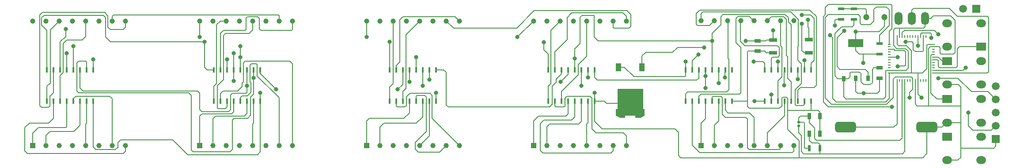
<source format=gtl>
G04*
G04 #@! TF.GenerationSoftware,Altium Limited,Altium Designer,19.1.1 (5)*
G04*
G04 Layer_Physical_Order=1*
G04 Layer_Color=255*
%FSTAX24Y24*%
%MOIN*%
G70*
G01*
G75*
%ADD11R,0.0787X0.0787*%
%ADD12R,0.0394X0.0591*%
%ADD13R,0.0157X0.0394*%
%ADD14R,0.0197X0.0071*%
%ADD15R,0.0071X0.0197*%
G04:AMPARAMS|DCode=16|XSize=78.7mil|YSize=157.5mil|CornerRadius=19.7mil|HoleSize=0mil|Usage=FLASHONLY|Rotation=270.000|XOffset=0mil|YOffset=0mil|HoleType=Round|Shape=RoundedRectangle|*
%AMROUNDEDRECTD16*
21,1,0.0787,0.1181,0,0,270.0*
21,1,0.0394,0.1575,0,0,270.0*
1,1,0.0394,-0.0591,-0.0197*
1,1,0.0394,-0.0591,0.0197*
1,1,0.0394,0.0591,0.0197*
1,1,0.0394,0.0591,-0.0197*
%
%ADD16ROUNDEDRECTD16*%
%ADD17R,0.0591X0.0276*%
%ADD18R,0.0315X0.0472*%
%ADD19R,0.0488X0.0236*%
%ADD20R,0.0276X0.0394*%
%ADD21R,0.1181X0.0591*%
%ADD22R,0.0236X0.0488*%
%ADD23R,0.0472X0.0315*%
%ADD48C,0.0071*%
%ADD49O,0.0748X0.0591*%
%ADD50R,0.0748X0.0591*%
%ADD51C,0.0591*%
%ADD52R,0.0591X0.0591*%
%ADD53C,0.0472*%
%ADD54O,0.0591X0.0984*%
%ADD55O,0.0236X0.0197*%
%ADD56R,0.0394X0.0394*%
%ADD57C,0.0394*%
%ADD58R,0.0591X0.0591*%
%ADD59C,0.0315*%
G36*
X066837Y028147D02*
X067157Y028307D01*
Y028797D01*
X067057D01*
Y030327D01*
X065107D01*
Y028797D01*
X064987D01*
Y028293D01*
X065307Y028147D01*
X065677D01*
Y028307D01*
X066457D01*
Y028147D01*
X066837D01*
D02*
G37*
D11*
X066107Y029244D02*
D03*
D12*
X065177Y031987D02*
D03*
X066967D02*
D03*
D13*
X059887Y029395D02*
D03*
X060387D02*
D03*
X060887D02*
D03*
X061387D02*
D03*
X061887D02*
D03*
X062387D02*
D03*
X062887D02*
D03*
X063387D02*
D03*
X063386Y031791D02*
D03*
X062886D02*
D03*
X062386D02*
D03*
X061886D02*
D03*
X061386D02*
D03*
X060886D02*
D03*
X060386D02*
D03*
X059886D02*
D03*
X047907Y029395D02*
D03*
X048407D02*
D03*
X048907D02*
D03*
X049407D02*
D03*
X049907D02*
D03*
X050407D02*
D03*
X050907D02*
D03*
X051407D02*
D03*
X051406Y031791D02*
D03*
X050906D02*
D03*
X050406D02*
D03*
X049906D02*
D03*
X049406D02*
D03*
X048906D02*
D03*
X048406D02*
D03*
X047906D02*
D03*
X034657Y029395D02*
D03*
X035157D02*
D03*
X035657D02*
D03*
X036157D02*
D03*
X036657D02*
D03*
X037157D02*
D03*
X037657D02*
D03*
X038157D02*
D03*
X038156Y031791D02*
D03*
X037656D02*
D03*
X037156D02*
D03*
X036656D02*
D03*
X036156D02*
D03*
X035656D02*
D03*
X035156D02*
D03*
X034656D02*
D03*
X022057Y029395D02*
D03*
X022557D02*
D03*
X023057D02*
D03*
X023557D02*
D03*
X024057D02*
D03*
X024557D02*
D03*
X025057D02*
D03*
X025557D02*
D03*
X025556Y031791D02*
D03*
X025056D02*
D03*
X024556D02*
D03*
X024056D02*
D03*
X023556D02*
D03*
X023056D02*
D03*
X022556D02*
D03*
X022056D02*
D03*
X070238Y029395D02*
D03*
X070738D02*
D03*
X071238D02*
D03*
X071738D02*
D03*
X072238D02*
D03*
X072738D02*
D03*
X073238D02*
D03*
X073738D02*
D03*
X073737Y031791D02*
D03*
X073237D02*
D03*
X072737D02*
D03*
X072237D02*
D03*
X071737D02*
D03*
X071237D02*
D03*
X070737D02*
D03*
X070237D02*
D03*
X076207Y029395D02*
D03*
X076707D02*
D03*
X077207D02*
D03*
X077707D02*
D03*
X078207D02*
D03*
X078707D02*
D03*
X079207D02*
D03*
X079707D02*
D03*
X079706Y031791D02*
D03*
X079206D02*
D03*
X078706D02*
D03*
X078206D02*
D03*
X077706D02*
D03*
X077206D02*
D03*
X076706D02*
D03*
X076206D02*
D03*
D14*
X085613Y031558D02*
D03*
Y031755D02*
D03*
Y031952D02*
D03*
Y032148D02*
D03*
Y032345D02*
D03*
Y032542D02*
D03*
Y032739D02*
D03*
Y032936D02*
D03*
Y033133D02*
D03*
Y03333D02*
D03*
Y033526D02*
D03*
Y033723D02*
D03*
X08896D02*
D03*
Y033526D02*
D03*
Y03333D02*
D03*
Y033133D02*
D03*
Y032936D02*
D03*
Y032739D02*
D03*
Y032542D02*
D03*
Y032345D02*
D03*
Y032148D02*
D03*
Y031952D02*
D03*
Y031755D02*
D03*
Y031558D02*
D03*
D15*
X086204Y034314D02*
D03*
X086401D02*
D03*
X086598D02*
D03*
X086794D02*
D03*
X086991D02*
D03*
X087188D02*
D03*
X087385D02*
D03*
X087582D02*
D03*
X087779D02*
D03*
X087976D02*
D03*
X088172D02*
D03*
X088369D02*
D03*
Y030967D02*
D03*
X088172D02*
D03*
X087976D02*
D03*
X087779D02*
D03*
X087582D02*
D03*
X087385D02*
D03*
X087188D02*
D03*
X086991D02*
D03*
X086794D02*
D03*
X086598D02*
D03*
X086401D02*
D03*
X086204D02*
D03*
D16*
X088457Y027441D02*
D03*
X082316D02*
D03*
D17*
X076868Y03306D02*
D03*
Y034054D02*
D03*
X079545Y034064D02*
D03*
Y03306D02*
D03*
D18*
X08038Y026941D02*
D03*
X079593D02*
D03*
Y028286D02*
D03*
X08038D02*
D03*
D19*
X082949Y035609D02*
D03*
Y036396D02*
D03*
X081987D02*
D03*
Y035609D02*
D03*
X084887Y033778D02*
D03*
Y032991D02*
D03*
D20*
X082181Y031122D02*
D03*
X083087Y031132D02*
D03*
X084002D02*
D03*
D21*
X083087Y033819D02*
D03*
D22*
X08038Y025845D02*
D03*
X079593D02*
D03*
D23*
X075687Y033984D02*
D03*
Y033197D02*
D03*
X084887Y031147D02*
D03*
Y031934D02*
D03*
D48*
X091594Y027541D02*
Y028541D01*
Y027541D02*
X09192Y027215D01*
X093326D01*
X093652Y027541D01*
X093661Y025994D02*
Y026531D01*
X093652Y026541D02*
X093661Y026531D01*
X093524Y025857D02*
X093661Y025994D01*
X092968Y025857D02*
X093524D01*
X078825Y025121D02*
X088143D01*
X069894D02*
X078825D01*
X069715Y025301D02*
Y027055D01*
Y025301D02*
X069894Y025121D01*
X088143D02*
X088457Y025436D01*
X086794Y025592D02*
Y030967D01*
X08038Y025421D02*
Y025845D01*
Y025421D02*
X086623D01*
X079152D02*
X08038D01*
X078977Y025596D02*
Y026812D01*
X086623Y025421D02*
X086794Y025592D01*
X078977Y025596D02*
X079152Y025421D01*
X076206Y031791D02*
Y032267D01*
X076073Y032401D02*
X076206Y032267D01*
X075387Y032401D02*
X076073D01*
X037666Y031102D02*
Y031162D01*
X037927Y031321D02*
X039587Y029661D01*
X037927Y031321D02*
Y032172D01*
X037857Y032241D02*
X037927Y032172D01*
X037487Y032241D02*
X037857D01*
X037395Y032149D02*
X037487Y032241D01*
X037395Y030874D02*
Y032149D01*
X037656Y031091D02*
Y031791D01*
X079955Y032521D02*
Y035683D01*
X079706Y032272D02*
X079955Y032521D01*
X079706Y031791D02*
Y032272D01*
X07545Y029405D02*
X076197D01*
X076207Y029395D01*
X074898D02*
X074902Y029391D01*
X074917Y029017D02*
Y029405D01*
X077507Y029042D02*
Y029632D01*
X074917Y029017D02*
X075065Y028868D01*
X077333D01*
X077507Y029042D01*
X063387Y029395D02*
X064131D01*
X064282Y029244D01*
X066107D01*
X072902Y035211D02*
Y035821D01*
X073064Y035983D02*
X077761D01*
X072237Y033981D02*
Y034546D01*
X072902Y035211D01*
Y035821D02*
X073064Y035983D01*
X071387Y035491D02*
Y035495D01*
X071417Y036026D02*
X071556Y036165D01*
X071417Y035495D02*
Y036026D01*
X087039Y031923D02*
Y033198D01*
X086871Y031755D02*
X087039Y031923D01*
X085613Y031755D02*
X086871D01*
X083646Y032971D02*
X084887D01*
X085346Y029333D02*
X085613Y029601D01*
X081626Y029333D02*
X085346D01*
X081358Y029601D02*
X081626Y029333D01*
X085426Y029159D02*
X085927Y02966D01*
X08126Y029159D02*
X085426D01*
X080787Y029632D02*
X08126Y029159D01*
X081358Y029601D02*
Y034206D01*
X08235Y029566D02*
X085171D01*
X085344Y02974D02*
Y031719D01*
X085171Y029566D02*
X085344Y02974D01*
X085613Y029601D02*
Y031558D01*
X085927Y02966D02*
Y031096D01*
X082181Y029735D02*
X08235Y029566D01*
X082181Y029735D02*
Y031122D01*
X084887Y030182D02*
Y031147D01*
X084727Y030022D02*
X084887Y030182D01*
X083673Y030022D02*
X084727D01*
X083218D02*
X083673D01*
X083087Y030154D02*
X083218Y030022D01*
X083087Y030154D02*
Y031132D01*
X087779Y029945D02*
X088039Y029685D01*
X087779Y029945D02*
Y030967D01*
X088597Y029045D02*
X091014D01*
X087734D02*
X088597D01*
X089533Y032971D02*
X090461D01*
X089465Y033039D02*
X089533Y032971D01*
X089465Y033039D02*
Y033446D01*
X089385Y033526D02*
X089465Y033446D01*
X08896Y033526D02*
X089385D01*
X088722D02*
X08896D01*
X090461Y032971D02*
X090574Y033083D01*
Y035548D01*
X090237Y035884D02*
X090574Y035548D01*
X08538Y031755D02*
X085613D01*
X085344Y031719D02*
X08538Y031755D01*
X084462Y031934D02*
X084887D01*
X084347Y031818D02*
X084462Y031934D01*
X084347Y030818D02*
Y031818D01*
X083367Y032971D02*
X083646D01*
Y032299D02*
Y032971D01*
Y032299D02*
X083652Y032293D01*
X08465Y036553D02*
X085399D01*
X084459Y036362D02*
X08465Y036553D01*
X084459Y035473D02*
Y036362D01*
X084854Y034685D02*
X085237Y035067D01*
Y035791D01*
X083091Y034685D02*
X084854D01*
X083427Y035313D02*
Y035825D01*
Y035313D02*
X083528Y035211D01*
X084198D01*
X084459Y035473D01*
X085399Y036553D02*
X085613Y036339D01*
Y035129D02*
Y036339D01*
X084887Y034402D02*
X085613Y035129D01*
X084887Y033778D02*
Y034402D01*
X081028Y036755D02*
X085762D01*
X085831Y036686D01*
Y034916D02*
Y036686D01*
X085613Y034699D02*
X085831Y034916D01*
X085613Y033723D02*
Y034699D01*
X08896Y035884D02*
X090237D01*
X088763Y035687D02*
X08896Y035884D01*
X088334Y035687D02*
X088763D01*
X083087Y033819D02*
Y034681D01*
X083091Y034685D01*
X081152Y034412D02*
X081358Y034206D01*
X084887Y032971D02*
Y032991D01*
X08493Y032971D02*
X08495Y032991D01*
X083087Y033251D02*
X083367Y032971D01*
X083087Y033251D02*
Y033819D01*
X079545Y034064D02*
Y034932D01*
X079477Y035D02*
X079545Y034932D01*
X079477Y035D02*
Y035581D01*
X075044Y035833D02*
X075387Y035491D01*
X074209Y035833D02*
X075044D01*
X074067Y035691D02*
X074209Y035833D01*
X077507Y031232D02*
Y033508D01*
X077417Y033598D02*
X077507Y033508D01*
X077417Y033598D02*
Y035495D01*
X074785Y033984D02*
X075687D01*
X063664Y033981D02*
X072237D01*
X063357Y034288D02*
X063664Y033981D01*
X069639Y033486D02*
X071659D01*
X069263Y03311D02*
X069639Y033486D01*
X067244Y03311D02*
X069263D01*
X066967Y032833D02*
X067244Y03311D01*
X066967Y031987D02*
Y032833D01*
X070237Y03132D02*
Y031791D01*
X070187Y03127D02*
X070237Y03132D01*
X066347Y03127D02*
X070187D01*
X06563Y031987D02*
X066347Y03127D01*
X065177Y031987D02*
X06563D01*
X065956Y029395D02*
X066107Y029244D01*
X069464Y027306D02*
X069715Y027055D01*
X063945Y027306D02*
X069464D01*
X063387Y027864D02*
X063945Y027306D01*
X063387Y027864D02*
Y029395D01*
X065787Y026042D02*
Y026775D01*
X063187Y027306D02*
Y029651D01*
X065553Y027008D02*
X065787Y026775D01*
X063484Y027008D02*
X065553D01*
X063187Y027306D02*
X063484Y027008D01*
X09312Y031651D02*
Y035727D01*
X093022Y035825D02*
X09312Y035727D01*
X090757Y035825D02*
X093022D01*
X086931Y033601D02*
X087287Y033245D01*
X086334Y033601D02*
X086931D01*
X087287Y031572D02*
Y033245D01*
X087301Y031558D02*
X087779D01*
X085613D02*
X087301D01*
X087287Y031572D02*
X087301Y031558D01*
X087779D02*
X08812D01*
X090798Y031147D02*
X091807Y030138D01*
X089308Y031147D02*
X090798D01*
X087435Y033309D02*
Y033811D01*
X08735Y033896D02*
X087435Y033811D01*
X086847Y033896D02*
X08735D01*
X087779Y033625D02*
Y034314D01*
X087777Y033623D02*
X087779Y033625D01*
X086171Y033391D02*
X086846D01*
X085937Y033625D02*
X086171Y033391D01*
X085937Y033625D02*
Y034811D01*
X086401Y034932D02*
X088213D01*
X086058D02*
X086401D01*
X085937Y034811D02*
X086058Y034932D01*
X086781Y034782D02*
X089007D01*
X089308Y034481D01*
X087976D02*
X088057Y034562D01*
X087976Y034314D02*
Y034481D01*
X088057Y034562D02*
X088722D01*
X088788Y034215D02*
Y034497D01*
X088722Y034562D02*
X088788Y034497D01*
X086598Y034599D02*
X086781Y034782D01*
X086598Y034314D02*
Y034599D01*
X088131Y033161D02*
X088172Y033203D01*
X087582Y033161D02*
X088131D01*
X087435Y033309D02*
X087582Y033161D01*
X088437Y033629D02*
X088532Y033723D01*
X08812Y031558D02*
X088437Y031875D01*
Y033629D01*
X088172Y033203D02*
Y034314D01*
X088532Y033723D02*
X08896D01*
X088213Y034932D02*
X088334Y035053D01*
Y035687D01*
X086204Y03373D02*
X086334Y033601D01*
X081004Y028967D02*
X085807D01*
X080638Y029333D02*
X081004Y028967D01*
X080638Y029333D02*
Y035812D01*
X080787Y035962D01*
Y036514D01*
X081028Y036755D01*
X086065Y033241D02*
X086737D01*
X085977Y03333D02*
X086065Y033241D01*
X085613Y03333D02*
X085977D01*
X086846Y032158D02*
Y033133D01*
X086737Y033241D02*
X086846Y033133D01*
X086204Y03373D02*
Y034314D01*
X086846Y033391D02*
X087039Y033198D01*
X085613Y032739D02*
X086252D01*
X088597Y029045D02*
Y033401D01*
X087582Y029198D02*
Y030967D01*
X088747Y030022D02*
Y032851D01*
X088832Y032936D01*
X08896D01*
X088747Y030022D02*
X089207Y029562D01*
X088597Y033401D02*
X088722Y033526D01*
X081901Y031805D02*
X083816D01*
X081678Y032028D02*
X081901Y031805D01*
X084002Y031132D02*
Y031619D01*
X083816Y031805D02*
X084002Y031619D01*
X081678Y032028D02*
Y034198D01*
X082231Y034751D01*
X082661Y031254D02*
Y031555D01*
X082727Y031621D02*
X083367D01*
X082661Y031555D02*
X082727Y031621D01*
X08253Y031122D02*
X082661Y031254D01*
X082181Y031122D02*
X08253D01*
X081735D02*
X082181D01*
X081528Y031329D02*
X081735Y031122D01*
X081528Y031329D02*
Y034544D01*
X082024Y035039D01*
X087146Y030066D02*
X087385Y030306D01*
Y030967D01*
X087146Y029685D02*
Y030066D01*
X091014Y025857D02*
Y02781D01*
Y025157D02*
Y025857D01*
X092968D01*
X089207Y029562D02*
X089997D01*
X091807Y030138D02*
X093054D01*
X093652Y029541D01*
X087334Y035687D02*
Y03631D01*
X087467Y036443D01*
X090139D02*
X090757Y035825D01*
X087467Y036443D02*
X090139D01*
X052337Y028961D02*
X059983D01*
X052187Y029111D02*
Y031594D01*
Y029111D02*
X052337Y028961D01*
X05199Y031791D02*
X052187Y031594D01*
X051406Y031791D02*
X05199D01*
X040587Y026042D02*
Y032241D01*
X040397Y032431D02*
X040587Y032241D01*
X037007Y032431D02*
X040397D01*
X036897Y032321D02*
X037007Y032431D01*
X036897Y030879D02*
Y032321D01*
X021517Y029084D02*
Y03594D01*
X026428Y036129D02*
X026667Y035891D01*
X021517Y03594D02*
X021706Y036129D01*
X026428D01*
X027108Y035951D02*
X039502D01*
X026987Y03583D02*
X027108Y035951D01*
X026987Y035491D02*
Y03583D01*
X027987Y03501D02*
Y035491D01*
X027817Y034841D02*
X027987Y03501D01*
X026836Y034841D02*
X027817D01*
X026667Y03501D02*
Y035891D01*
Y03501D02*
X026836Y034841D01*
X037191Y035802D02*
X037956D01*
X038078Y03568D01*
Y034885D02*
Y03568D01*
X038202Y034761D02*
X040507D01*
X038078Y034885D02*
X038202Y034761D01*
X040587Y034841D02*
Y035491D01*
X040507Y034761D02*
X040587Y034841D01*
X039587Y035491D02*
Y035866D01*
X039502Y035951D02*
X039587Y035866D01*
X037437Y030075D02*
Y030832D01*
X037395Y030874D02*
X037437Y030832D01*
X036156Y030954D02*
Y031791D01*
X035365Y030179D02*
X036462D01*
X035157Y029395D02*
Y029971D01*
X035365Y030179D01*
X036462D02*
X036783Y030501D01*
Y030766D01*
X036897Y030879D01*
X037156Y030081D02*
Y030591D01*
X037094Y030019D02*
X037156Y030081D01*
X036067Y030019D02*
X037094D01*
X035927Y029879D02*
X036067Y030019D01*
X035927Y028781D02*
Y029879D01*
X036657Y029671D02*
X036794Y029808D01*
X037169D01*
X037437Y030075D01*
X037427Y028326D02*
Y029716D01*
X037656Y029945D01*
X02479Y030179D02*
X033426D01*
X033587Y030019D01*
Y028781D02*
Y030019D01*
Y028781D02*
X033756Y028612D01*
X035757D01*
X035927Y028781D01*
X036157Y028613D02*
Y029395D01*
X035979Y028435D02*
X036157Y028613D01*
X03376Y028435D02*
X035979D01*
X073232Y031785D02*
X073238Y03179D01*
X036193Y028102D02*
X037202D01*
X036067Y027975D02*
X036193Y028102D01*
X036067Y025731D02*
Y027975D01*
X037202Y028102D02*
X037427Y028326D01*
X037157Y028475D02*
Y029395D01*
X034783Y028262D02*
X036943D01*
X037157Y028475D01*
X034587Y028065D02*
X034783Y028262D01*
X034587Y026042D02*
Y028065D01*
X033587Y026042D02*
Y028262D01*
X03376Y028435D01*
X02445Y03003D02*
X032765D01*
X032953Y025697D02*
Y029842D01*
X032765Y03003D02*
X032953Y029842D01*
X035897Y025561D02*
X036067Y025731D01*
X033089Y025561D02*
X035897D01*
X038157Y025561D02*
Y029395D01*
X037936Y025341D02*
X038157Y025561D01*
X032681Y025341D02*
X037936D01*
X023284Y033788D02*
X023551Y034055D01*
X024724D01*
X024987Y034317D01*
X023057Y029395D02*
Y031354D01*
X023284Y031582D02*
Y033788D01*
X023057Y031354D02*
X023284Y031582D01*
X024987Y034317D02*
Y035491D01*
X023478Y034322D02*
Y034881D01*
X023056Y0339D02*
X023478Y034322D01*
X023056Y031791D02*
Y0339D01*
X072748Y030778D02*
Y031779D01*
X072737Y031791D02*
X072748Y031779D01*
X071737Y030413D02*
Y031321D01*
X073232Y031201D02*
Y031785D01*
X073437Y032637D02*
Y035491D01*
Y032637D02*
X073509Y032565D01*
Y030273D02*
Y032565D01*
X07722Y031805D02*
Y032401D01*
X077221Y032754D02*
X077311Y032844D01*
X076826Y032754D02*
X077221D01*
X077311Y032844D02*
Y03349D01*
X077201Y033601D02*
X077311Y03349D01*
X074727Y033601D02*
X077201D01*
X076706Y032633D02*
X076826Y032754D01*
X076706Y031791D02*
Y032633D01*
X073237Y031791D02*
X073238Y03179D01*
X073344Y030108D02*
X073509Y030273D01*
X07039Y030108D02*
X073344D01*
X04941Y030885D02*
X049414Y030881D01*
X04941Y030885D02*
Y031786D01*
X049406Y031791D02*
X04941Y031786D01*
X023556Y03304D02*
X023556Y03304D01*
X023556Y031791D02*
Y03304D01*
X023556Y031791D02*
X023556Y031791D01*
X063386Y031208D02*
X06359Y031004D01*
X063386Y031208D02*
Y031791D01*
X06359Y031004D02*
X071098D01*
X070238Y029955D02*
X07039Y030108D01*
X070238Y029395D02*
Y029955D01*
X071406Y02994D02*
X074326D01*
X071238Y029771D02*
X071406Y02994D01*
X074067Y033836D02*
Y035691D01*
Y033836D02*
X074417Y033486D01*
Y030031D02*
Y033486D01*
X074326Y02994D02*
X074417Y030031D01*
X071238Y029395D02*
Y029771D01*
X073002Y028417D02*
Y029691D01*
X072902Y029791D02*
X073002Y029691D01*
X072315Y029791D02*
X072902D01*
X072238Y029713D02*
X072315Y029791D01*
X072238Y029395D02*
Y029713D01*
X072738Y027894D02*
Y029395D01*
X072387Y026042D02*
X072417Y026072D01*
Y027573D01*
Y026046D02*
Y026072D01*
Y027573D02*
X072738Y027894D01*
X071738Y028065D02*
Y029395D01*
X071387Y026042D02*
X071417Y026072D01*
Y027744D01*
Y026046D02*
Y026072D01*
Y027744D02*
X071738Y028065D01*
X086598Y026611D02*
Y030967D01*
X086421Y026434D02*
X086598Y026611D01*
X080108Y026434D02*
X086421D01*
X079979Y026563D02*
X080108Y026434D01*
X079593D02*
X079784Y026243D01*
X08038Y025845D02*
Y026125D01*
X080262Y026243D02*
X08038Y026125D01*
X079784Y026243D02*
X080262D01*
X079248Y025845D02*
X079593D01*
X079207Y025886D02*
Y027771D01*
Y025886D02*
X079248Y025845D01*
X079161Y027816D02*
X079207Y027771D01*
X078784Y027816D02*
X079161D01*
X091014Y029045D02*
Y030463D01*
Y02781D02*
Y029045D01*
X089997Y027791D02*
X090985D01*
X091004Y02781D02*
X091014D01*
X090985Y027791D02*
X091004Y02781D01*
X087582Y029198D02*
X087734Y029045D01*
X090743Y032034D02*
Y033365D01*
X09064Y031931D02*
X090743Y032034D01*
X08942Y031931D02*
X09064D01*
X089308Y032043D02*
X08942Y031931D01*
X089308Y032043D02*
Y032491D01*
X08896Y031755D02*
X091179D01*
X091355Y031931D01*
X091377D01*
X090905Y033526D02*
X092556D01*
X090743Y033365D02*
X090905Y033526D01*
X062886Y031201D02*
Y031791D01*
X071315Y025492D02*
X078297D01*
X078417Y025612D01*
Y026046D01*
X079593Y026434D02*
Y026941D01*
X086204Y02768D02*
Y030901D01*
X085964Y027441D02*
X086204Y02768D01*
X082316Y027441D02*
X085964D01*
X037656Y031091D02*
X037666Y031102D01*
X039587Y026042D02*
Y029661D01*
X037587Y034807D02*
Y035491D01*
X035384Y031056D02*
Y034384D01*
X037306Y034527D02*
X037587Y034807D01*
X035527Y034527D02*
X037306D01*
X035384Y034384D02*
X035527Y034527D01*
X034907Y028908D02*
Y030579D01*
X035384Y031056D01*
X035656Y031791D02*
Y032581D01*
X025556Y031791D02*
Y032581D01*
X063387Y029395D02*
Y030031D01*
X063047Y029791D02*
X063187Y029651D01*
X061277Y029791D02*
X063047D01*
X061137Y029651D02*
X061277Y029791D01*
X061137Y029048D02*
Y029651D01*
X051407Y029395D02*
Y030031D01*
X049143Y034447D02*
X050187Y035491D01*
X049143Y030367D02*
Y034447D01*
X048907Y030131D02*
X049143Y030367D01*
X048906Y03069D02*
Y031791D01*
X048527Y030311D02*
X048906Y03069D01*
X077694Y030611D02*
X0777Y030616D01*
Y031785D01*
X077706Y031791D01*
X037656Y029945D02*
Y031091D01*
X077206Y031791D02*
X07722Y031805D01*
X078514Y030273D02*
X078979Y030739D01*
X078514Y029151D02*
Y030273D01*
X078979Y030739D02*
Y032233D01*
X078707Y031064D02*
X078708Y031063D01*
X078707Y031064D02*
Y03179D01*
X078706Y031791D02*
X078707Y03179D01*
X076387Y035491D02*
X076713Y035817D01*
X078207Y029395D02*
Y030884D01*
X077937Y031154D02*
X078207Y030884D01*
X077937Y031154D02*
Y03278D01*
X078707Y032506D02*
X078979Y032233D01*
X071556Y036165D02*
X078192D01*
X077207Y030932D02*
X077507Y031232D01*
X077847Y03287D02*
Y03561D01*
X07764Y035817D02*
X077847Y03561D01*
X076713Y035817D02*
X07764D01*
X077761Y035983D02*
X078013Y035731D01*
X078192Y036165D02*
X078745Y035612D01*
X079618Y036314D02*
X080108Y035825D01*
X071331Y036314D02*
X079618D01*
X071067Y036051D02*
X071331Y036314D01*
X078745Y033569D02*
Y035612D01*
X078707Y032506D02*
Y033531D01*
X078745Y033569D01*
X077847Y03287D02*
X077937Y03278D01*
X066107Y03507D02*
Y03598D01*
X065977Y034941D02*
X066107Y03507D01*
X064857Y034941D02*
X065977D01*
X064787Y035011D02*
X064857Y034941D01*
X064787Y035011D02*
Y035491D01*
X077311Y025735D02*
X077387Y025811D01*
X075048Y025735D02*
X077311D01*
X074917Y025866D02*
X075048Y025735D01*
X070738Y02607D02*
X071315Y025492D01*
X074917Y025866D02*
Y02805D01*
X074785Y028181D02*
X074917Y02805D01*
X073238Y028181D02*
X074785D01*
X073002Y028417D02*
X073238Y028181D01*
X075076Y028522D02*
X075417Y028181D01*
Y026046D02*
Y028181D01*
X073441Y028522D02*
X075076D01*
X073238Y028725D02*
X073441Y028522D01*
X073238Y028725D02*
Y029395D01*
X077707Y028305D02*
Y029395D01*
X076387Y026042D02*
X076417Y026072D01*
Y026046D02*
Y026072D01*
Y027015D02*
X077707Y028305D01*
X076417Y026072D02*
Y027015D01*
X077387Y025811D02*
Y026042D01*
X064787Y025643D02*
Y026042D01*
X064604Y025461D02*
X064787Y025643D01*
X0595Y025461D02*
X064604D01*
X021517Y029084D02*
X021667Y028934D01*
X052187Y035491D02*
X052737Y034941D01*
X057507D01*
X093027Y031558D02*
X09312Y031651D01*
X08896Y031558D02*
X093027D01*
X087779Y030967D02*
Y031558D01*
X071237Y031142D02*
Y031791D01*
X071098Y031004D02*
X071237Y031142D01*
X07569Y033981D02*
X076284D01*
X075687Y033984D02*
X07569Y033981D01*
X076284D02*
X076358Y034054D01*
X076868D01*
Y034764D01*
X082024Y035039D02*
X082805D01*
X082949Y035183D01*
Y035609D01*
X081528Y035129D02*
Y035554D01*
X081583Y035609D02*
X081987D01*
X081528Y035554D02*
X081583Y035609D01*
X080787Y029632D02*
Y03575D01*
X08102Y035983D01*
X083269D01*
X083427Y035825D01*
X080108Y030601D02*
Y035825D01*
X083898Y035791D02*
Y036314D01*
X083816Y036396D02*
X083898Y036314D01*
X082949Y036396D02*
X083816D01*
X089997Y024941D02*
X090797D01*
X091014Y025157D01*
X090807Y030669D02*
X091014Y030463D01*
X089997Y030669D02*
X090807D01*
X079207Y029159D02*
Y029395D01*
X079131Y029084D02*
X079207Y029159D01*
X078581Y029084D02*
X079131D01*
X078514Y029151D02*
X078581Y029084D01*
X077847Y029711D02*
X077957Y029601D01*
Y028713D02*
Y029601D01*
X08038Y028286D02*
Y028576D01*
X080243Y028713D02*
X08038Y028576D01*
X079707Y028713D02*
X080243D01*
X077957D02*
X079707D01*
Y029395D01*
X077957Y027281D02*
Y028713D01*
X079206Y031791D02*
Y032498D01*
X073738Y029395D02*
X074898D01*
X074917Y029405D02*
Y033147D01*
X074902Y029391D02*
X074917Y029405D01*
X077585Y029711D02*
X077847D01*
X077507Y029632D02*
X077585Y029711D01*
X078903Y030451D02*
X079958D01*
X080108Y030601D01*
X078707Y030255D02*
X078903Y030451D01*
X078707Y029395D02*
Y030255D01*
X06105Y028961D02*
X061137Y029048D01*
X060474Y028961D02*
X06105D01*
X061387Y028454D02*
Y029395D01*
X061221Y028288D02*
X061387Y028454D01*
X059164Y028288D02*
X061221D01*
X061887Y028206D02*
Y029395D01*
X061657Y027976D02*
X061887Y028206D01*
X059565Y027976D02*
X061657D01*
X062387Y027861D02*
Y029395D01*
X062187Y027661D02*
X062387Y027861D01*
X059983Y027661D02*
X062187D01*
X059282Y027692D02*
X059565Y027976D01*
X059282Y025679D02*
Y027692D01*
X058787Y027911D02*
X059164Y028288D01*
X058787Y026042D02*
Y027911D01*
X059787Y027464D02*
X059983Y027661D01*
X059787Y026042D02*
Y027464D01*
X059282Y025679D02*
X0595Y025461D01*
X034857Y035211D02*
X035136Y035491D01*
X035587D01*
X037087Y035697D02*
X037191Y035802D01*
X037087Y034841D02*
Y035697D01*
X03539Y034761D02*
X037007D01*
X035156Y031791D02*
Y034527D01*
X037007Y034761D02*
X037087Y034841D01*
X035156Y034527D02*
X03539Y034761D01*
X033967Y031987D02*
X034163Y031791D01*
X034656D01*
X033967Y031987D02*
Y033921D01*
X027987Y025615D02*
Y026042D01*
X027823Y025451D02*
X027987Y025615D01*
X020601Y025451D02*
X027823D01*
X020394Y025657D02*
Y027408D01*
Y025657D02*
X020601Y025451D01*
X026987Y026042D02*
Y029592D01*
X026795Y029783D02*
X026987Y029592D01*
X024244Y029783D02*
X026795D01*
X024057Y029596D02*
X024244Y029783D01*
X027227Y025731D02*
X027413Y025917D01*
X031536Y026486D02*
X032681Y025341D01*
X027628Y026486D02*
X031536D01*
X027413Y026271D02*
X027628Y026486D01*
X027413Y025917D02*
Y026271D01*
X032953Y025697D02*
X033089Y025561D01*
X024556Y030413D02*
Y031791D01*
Y030413D02*
X02479Y030179D01*
X024321Y030159D02*
Y032311D01*
Y030159D02*
X02445Y03003D01*
X034907Y028908D02*
X034963Y028852D01*
X035657Y028982D02*
Y029395D01*
X034963Y028852D02*
X035527D01*
X035657Y028982D01*
X024321Y032311D02*
X02445Y032441D01*
X024978D01*
X025056Y032363D01*
Y031791D02*
Y032363D01*
X022287Y027116D02*
X024085D01*
X021987Y026816D02*
X022287Y027116D01*
X021987Y026042D02*
Y026816D01*
X023557Y027486D02*
Y029395D01*
X021433Y027408D02*
X023478D01*
X023557Y027486D01*
X020987Y026961D02*
X021433Y027408D01*
X020987Y026042D02*
Y026961D01*
X024085Y027116D02*
X024557Y027588D01*
Y029395D01*
X020737Y027751D02*
X022183D01*
X020394Y027408D02*
X020737Y027751D01*
X022183D02*
X022557Y028124D01*
Y029395D01*
X022287Y029037D02*
Y029761D01*
X022183Y028934D02*
X022287Y029037D01*
X021667Y028934D02*
X022183D01*
X079686Y035951D02*
X079955Y035683D01*
X079019Y035951D02*
X079686D01*
X058826Y03626D02*
X065826D01*
X057507Y034941D02*
X058826Y03626D01*
X065826D02*
X066107Y03598D01*
X065787Y035491D02*
Y035841D01*
X060386Y03314D02*
X061308Y034062D01*
X065517Y036111D02*
X065787Y035841D01*
X061667Y036111D02*
X065517D01*
X061308Y035752D02*
X061667Y036111D01*
X061308Y034062D02*
Y035752D01*
X086276Y032071D02*
X086759D01*
X086252Y032047D02*
X086276Y032071D01*
X086759D02*
X086846Y032158D01*
X083367Y031621D02*
X083483Y031504D01*
X084198Y030669D02*
X084347Y030818D01*
X083677Y030669D02*
X084198D01*
X083483Y030863D02*
X083677Y030669D01*
X083483Y030863D02*
Y031504D01*
X086072Y031241D02*
X087287D01*
X085927Y031096D02*
X086072Y031241D01*
X079593Y027771D02*
X079979Y027384D01*
Y026563D02*
Y027384D01*
X078784Y027816D02*
Y02815D01*
X07892Y028286D01*
X079593D01*
X078784Y027004D02*
X078977Y026812D01*
X078784Y027004D02*
Y027541D01*
X077957Y027281D02*
X078825Y026412D01*
X088457Y025436D02*
Y027441D01*
X046187Y034261D02*
Y035491D01*
X050565Y029856D02*
X050679Y029742D01*
Y027103D02*
Y029742D01*
X049867Y026291D02*
X050679Y027103D01*
X049973Y029856D02*
X050565D01*
X049929Y029812D02*
X049973Y029856D01*
X049929Y029417D02*
Y029812D01*
X049907Y029395D02*
X049929Y029417D01*
X051127Y028102D02*
Y029856D01*
X049187Y029738D02*
X049459Y03001D01*
X050972D02*
X051127Y029856D01*
X049459Y03001D02*
X050972D01*
X048407Y029041D02*
Y029395D01*
X049187Y029081D02*
Y029738D01*
X049067Y028961D02*
X049187Y029081D01*
X048487Y028961D02*
X049067D01*
X048407Y029041D02*
X048487Y028961D01*
X046383Y028102D02*
X04899D01*
X046187Y027905D02*
X046383Y028102D01*
X046187Y026042D02*
Y027905D01*
X050407Y028211D02*
Y029395D01*
X049931Y027736D02*
X050407Y028211D01*
X04749Y027736D02*
X049931D01*
X047187Y027433D02*
X04749Y027736D01*
X047187Y026042D02*
Y027433D01*
X04899Y028102D02*
X049407Y028519D01*
X060387Y029048D02*
X060474Y028961D01*
X060387Y029048D02*
Y029395D01*
X060187Y030551D02*
X060474Y030838D01*
X060187Y029164D02*
Y030551D01*
X059983Y028961D02*
X060187Y029164D01*
X072237Y031791D02*
Y033981D01*
X061886Y032639D02*
Y033369D01*
X062287Y033769D02*
Y035769D01*
X061886Y033369D02*
X062287Y033769D01*
X062157Y031411D02*
Y032186D01*
X062787Y032815D01*
Y035491D01*
X062438Y035921D02*
X063307D01*
X062287Y035769D02*
X062438Y035921D01*
X063357Y034288D02*
Y035871D01*
X063307Y035921D02*
X063357Y035871D01*
X059557Y033311D02*
X059886Y032981D01*
Y031791D02*
Y032981D01*
X059557Y033311D02*
Y033885D01*
X060887Y030141D02*
X062157Y031411D01*
X061886Y031791D02*
Y032639D01*
X026487Y034283D02*
Y035741D01*
Y034283D02*
X026851Y033919D01*
X033965D01*
X033967Y033921D01*
X037156Y030591D02*
Y031791D01*
X088457Y027441D02*
X089569D01*
X089919Y027791D01*
X089997D01*
X086401Y034314D02*
Y034932D01*
X08896Y032542D02*
X089257D01*
X089308Y032491D01*
X036656Y032741D02*
Y033581D01*
X049906Y031791D02*
Y032741D01*
X079593Y027771D02*
Y028286D01*
X078825Y025121D02*
Y026412D01*
X024057Y029395D02*
Y029596D01*
X033587Y034261D02*
Y035491D01*
X057557Y034261D02*
X058787Y035491D01*
X049867Y025771D02*
Y026291D01*
Y025771D02*
X050087Y025551D01*
X051695D01*
X052187Y026042D01*
X070737Y031791D02*
Y032461D01*
X071217Y032941D01*
X036656Y031791D02*
Y032741D01*
X024056Y031791D02*
Y033581D01*
X050406Y030591D02*
Y031791D01*
X050906Y031041D02*
Y031791D01*
X036156D02*
Y033041D01*
X061386Y03145D02*
Y031791D01*
X060807Y030871D02*
X061386Y03145D01*
X071737Y031321D02*
Y031791D01*
X060474Y030838D02*
Y031072D01*
X060886Y031484D01*
Y031791D01*
X070237D02*
Y032401D01*
X079017Y03325D02*
Y035271D01*
Y03325D02*
X079207Y03306D01*
X079545D01*
X087385Y030967D02*
Y031142D01*
X087287Y031241D02*
X087385Y031142D01*
X078206Y031791D02*
Y035211D01*
X078013Y035404D02*
X078206Y035211D01*
X078013Y035404D02*
Y035731D01*
X070738Y02607D02*
Y029395D01*
X022287Y029761D02*
X022556Y03003D01*
Y031791D01*
X025767Y025731D02*
X027227D01*
X025557Y025941D02*
X025767Y025731D01*
X025557Y025941D02*
Y029395D01*
X079477Y034064D02*
X079545D01*
X071067Y035251D02*
Y036051D01*
Y035251D02*
X071167Y035151D01*
X072047D01*
X072387Y035491D01*
X047906Y031791D02*
Y03391D01*
X076707Y029395D02*
Y029921D01*
X076207Y029395D02*
Y029541D01*
X074387Y033941D02*
X074727Y033601D01*
X074387Y033941D02*
Y035491D01*
X08896Y032739D02*
X089308D01*
X089607Y032441D01*
X089997D01*
X060386Y031791D02*
Y03314D01*
X051127Y028102D02*
X053187Y026042D01*
X049407Y028519D02*
Y029395D01*
X047906Y03391D02*
X047907Y033911D01*
X038156Y031511D02*
X039357Y030311D01*
X038156Y031511D02*
Y031791D01*
X036657Y029395D02*
Y029671D01*
X077207Y029395D02*
Y030932D01*
X059887Y029395D02*
Y030541D01*
X060087Y030741D01*
Y034791D01*
X060787Y035491D01*
X026317Y035911D02*
X026487Y035741D01*
X021847Y035911D02*
X026317D01*
X021667Y035731D02*
X021847Y035911D01*
X021667Y03516D02*
Y035731D01*
Y03516D02*
X022056Y034771D01*
Y031791D02*
Y034771D01*
X034657Y029395D02*
Y030541D01*
X034857Y030741D01*
Y035211D01*
X048187Y030751D02*
Y035491D01*
X047907Y030471D02*
X048187Y030751D01*
X047907Y029395D02*
Y030471D01*
X038157Y029395D02*
Y030031D01*
X062386Y030591D02*
Y031791D01*
X060887Y029395D02*
Y030141D01*
X048406Y031791D02*
Y032121D01*
X048677Y032391D01*
Y035571D01*
X048917Y035811D01*
X052867D01*
X053187Y035491D01*
X050187Y026042D02*
X050907Y026762D01*
Y029395D01*
X074917Y033147D02*
X074967Y033197D01*
X075687D01*
X048907Y029395D02*
Y030131D01*
X022057Y029395D02*
Y030541D01*
X022307Y030791D01*
Y034811D01*
X022987Y035491D01*
X076344Y03306D02*
X076868D01*
X076207Y033197D02*
X076344Y03306D01*
X075687Y033197D02*
X076207D01*
X08038Y026941D02*
Y028286D01*
X025057Y027751D02*
Y029395D01*
X024987Y027681D02*
X025057Y027751D01*
X024987Y026042D02*
Y027681D01*
X037657Y027751D02*
Y029395D01*
X037587Y027681D02*
X037657Y027751D01*
X037587Y026042D02*
Y027681D01*
X062887Y027761D02*
Y029395D01*
X062787Y027661D02*
X062887Y027761D01*
X062787Y026042D02*
Y027661D01*
X081987Y036396D02*
X082949D01*
D49*
X092556Y026712D02*
D03*
Y024941D02*
D03*
X089997D02*
D03*
Y027791D02*
D03*
X092556D02*
D03*
Y029562D02*
D03*
X089997Y030669D02*
D03*
X092556D02*
D03*
Y032441D02*
D03*
Y035298D02*
D03*
X089997D02*
D03*
Y033526D02*
D03*
D50*
Y026712D02*
D03*
Y029562D02*
D03*
Y032441D02*
D03*
X092556Y033526D02*
D03*
D51*
X091187Y036396D02*
D03*
X093652Y029541D02*
D03*
Y028541D02*
D03*
Y027541D02*
D03*
Y030541D02*
D03*
D52*
X092187Y036396D02*
D03*
D53*
X083898Y035791D02*
D03*
X085237D02*
D03*
D54*
X088334Y035687D02*
D03*
X087334D02*
D03*
X086334D02*
D03*
D55*
X078784Y027816D02*
D03*
Y027541D02*
D03*
D56*
X071417Y026046D02*
D03*
X033587Y026042D02*
D03*
X058787D02*
D03*
X046187D02*
D03*
X020987D02*
D03*
D57*
X072417Y026046D02*
D03*
X073417D02*
D03*
X074417D02*
D03*
X075417D02*
D03*
X076417D02*
D03*
X077417D02*
D03*
X078417D02*
D03*
Y035495D02*
D03*
X077417D02*
D03*
X076417D02*
D03*
X075417D02*
D03*
X074417D02*
D03*
X073417D02*
D03*
X072417D02*
D03*
X071417D02*
D03*
X033587Y035491D02*
D03*
X034587D02*
D03*
X035587D02*
D03*
X036587D02*
D03*
X037587D02*
D03*
X038587D02*
D03*
X039587D02*
D03*
X040587D02*
D03*
Y026042D02*
D03*
X039587D02*
D03*
X038587D02*
D03*
X037587D02*
D03*
X036587D02*
D03*
X035587D02*
D03*
X034587D02*
D03*
X058787Y035491D02*
D03*
X059787D02*
D03*
X060787D02*
D03*
X061787D02*
D03*
X062787D02*
D03*
X063787D02*
D03*
X064787D02*
D03*
X065787D02*
D03*
Y026042D02*
D03*
X064787D02*
D03*
X063787D02*
D03*
X062787D02*
D03*
X061787D02*
D03*
X060787D02*
D03*
X059787D02*
D03*
X046187Y035491D02*
D03*
X047187D02*
D03*
X048187D02*
D03*
X049187D02*
D03*
X050187D02*
D03*
X051187D02*
D03*
X052187D02*
D03*
X053187D02*
D03*
Y026042D02*
D03*
X052187D02*
D03*
X051187D02*
D03*
X050187D02*
D03*
X049187D02*
D03*
X048187D02*
D03*
X047187D02*
D03*
X020987Y035491D02*
D03*
X021987D02*
D03*
X022987D02*
D03*
X023987D02*
D03*
X024987D02*
D03*
X025987D02*
D03*
X026987D02*
D03*
X027987D02*
D03*
Y026042D02*
D03*
X026987D02*
D03*
X025987D02*
D03*
X024987D02*
D03*
X023987D02*
D03*
X022987D02*
D03*
X021987D02*
D03*
D58*
X093652Y026541D02*
D03*
D59*
X037666Y031162D02*
D03*
X07545Y029405D02*
D03*
X088039Y029685D02*
D03*
X075387Y032401D02*
D03*
X083673Y030022D02*
D03*
X083652Y032293D02*
D03*
X083091Y034685D02*
D03*
X081152Y034412D02*
D03*
X071659Y033486D02*
D03*
X074785Y033984D02*
D03*
X089308Y031147D02*
D03*
X087777Y033623D02*
D03*
X089308Y034481D02*
D03*
X088788Y034215D02*
D03*
X086847Y033896D02*
D03*
X091594Y028541D02*
D03*
X085807Y028967D02*
D03*
X086252Y032739D02*
D03*
X087146Y029685D02*
D03*
X036156Y030954D02*
D03*
X072748Y030778D02*
D03*
X071737Y030413D02*
D03*
X073232Y031201D02*
D03*
X07722Y032401D02*
D03*
X062886Y031201D02*
D03*
X035656Y032581D02*
D03*
X025556Y032581D02*
D03*
X023556Y03304D02*
D03*
X063387Y030031D02*
D03*
X051407D02*
D03*
X049414Y030881D02*
D03*
X078708Y031063D02*
D03*
X077694Y030611D02*
D03*
X076868Y034764D02*
D03*
X082231Y034751D02*
D03*
X081528Y035129D02*
D03*
X079206Y032498D02*
D03*
X079019Y035951D02*
D03*
X023478Y034881D02*
D03*
X086252Y032047D02*
D03*
X046187Y034261D02*
D03*
X059557Y033885D02*
D03*
X061886Y032639D02*
D03*
X057557Y034261D02*
D03*
X071217Y032941D02*
D03*
X036656Y032741D02*
D03*
X049906D02*
D03*
X024056Y033581D02*
D03*
X036656D02*
D03*
X037156Y030591D02*
D03*
X050906Y031041D02*
D03*
X036156Y033041D02*
D03*
X060807Y030871D02*
D03*
X071737Y031321D02*
D03*
X070237Y032401D02*
D03*
X079017Y035271D02*
D03*
X091377Y031931D02*
D03*
X079477Y035581D02*
D03*
X076707Y029921D02*
D03*
X072237Y033981D02*
D03*
X033967Y033921D02*
D03*
X047907Y033911D02*
D03*
X048527Y030311D02*
D03*
X039357D02*
D03*
X038157Y030031D02*
D03*
X062386Y030591D02*
D03*
X050406D02*
D03*
X033587Y034261D02*
D03*
M02*

</source>
